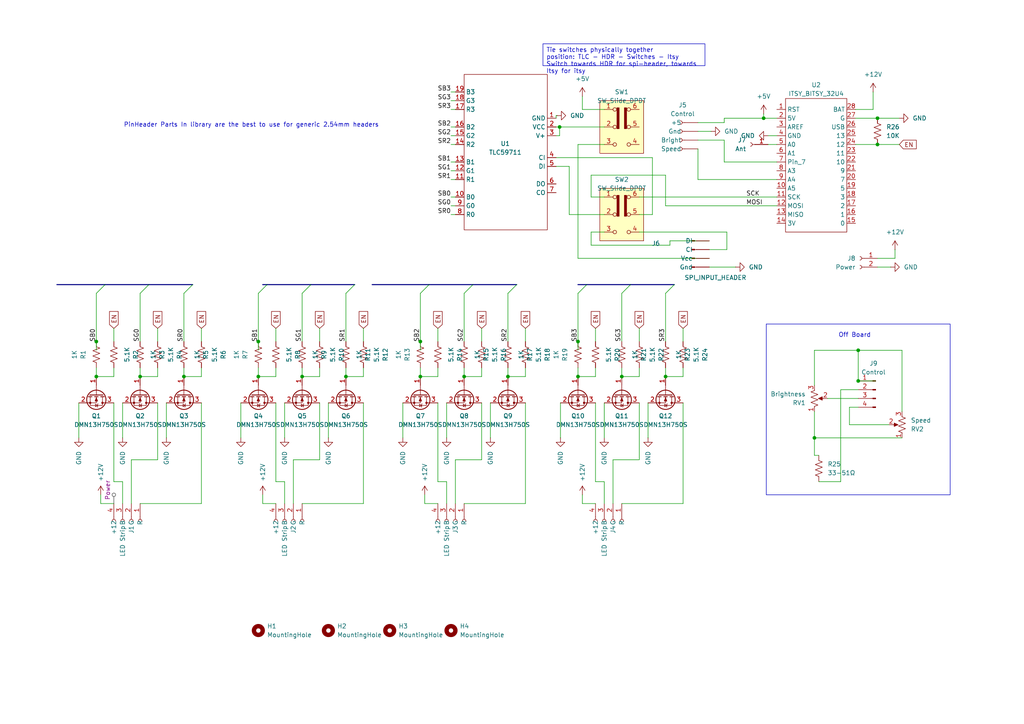
<source format=kicad_sch>
(kicad_sch (version 20250114) (generator "eeschema") (generator_version "9.0")
  (paper "A4")
  (title_block (title "Dan lightbox driver board"))
  (lib_symbols
    (symbol "4015:Itsy_bitsy_32u4"
      (property "Reference" "U" (at 0 0 0))
      (symbol "Itsy_bitsy_32u4_1_1"
        (pin input line (at -11.43 16.51 0) (length 2.54) (name "RST") (number "1"))
        (pin input line (at -11.43 13.97 0) (length 2.54) (name "5V") (number "2"))
        (pin input line (at -11.43 11.43 0) (length 2.54) (name "AREF") (number "3"))
        (pin input line (at -11.43 8.89 0) (length 2.54) (name "GND") (number "4"))
        (pin input line (at -11.43 6.35 0) (length 2.54) (name "A0") (number "5"))
        (pin input line (at -11.43 3.81 0) (length 2.54) (name "A1") (number "6"))
        (pin input line (at -11.43 1.27 0) (length 2.54) (name "Pin_7") (number "7"))
        (pin input line (at -11.43 -1.27 0) (length 2.54) (name "A3") (number "8"))
        (pin input line (at -11.43 -3.81 0) (length 2.54) (name "A4") (number "9"))
        (pin input line (at -11.43 -6.35 0) (length 2.54) (name "A5") (number "10"))
        (pin input line (at -11.43 -8.89 0) (length 2.54) (name "SCK") (number "11"))
        (pin input line (at -11.43 -11.43 0) (length 2.54) (name "MOSI") (number "12"))
        (pin input line (at -11.43 -13.97 0) (length 2.54) (name "MISO") (number "13"))
        (pin input line (at -11.43 -16.51 0) (length 2.54) (name "3V") (number "14"))
        (pin input line (at 11.43 16.51 180) (length 2.54) (name "BAT") (number "28"))
        (pin input line (at 11.43 13.97 180) (length 2.54) (name "G") (number "27"))
        (pin input line (at 11.43 11.43 180) (length 2.54) (name "USB") (number "26"))
        (pin input line (at 11.43 8.89 180) (length 2.54) (name "13") (number "25"))
        (pin input line (at 11.43 6.35 180) (length 2.54) (name "12") (number "24"))
        (pin input line (at 11.43 3.81 180) (length 2.54) (name "11") (number "23"))
        (pin input line (at 11.43 1.27 180) (length 2.54) (name "10") (number "22"))
        (pin input line (at 11.43 -1.27 180) (length 2.54) (name "9") (number "21"))
        (pin input line (at 11.43 -3.81 180) (length 2.54) (name "7") (number "20"))
        (pin input line (at 11.43 -6.35 180) (length 2.54) (name "5") (number "19"))
        (pin input line (at 11.43 -8.89 180) (length 2.54) (name "3") (number "18"))
        (pin input line (at 11.43 -11.43 180) (length 2.54) (name "2") (number "17"))
        (pin input line (at 11.43 -13.97 180) (length 2.54) (name "1") (number "16"))
        (pin input line (at 11.43 -16.51 180) (length 2.54) (name "0") (number "15"))
      )
    )
    (symbol "4015:TLC59711"
      (property "Reference" "U" (at 0 0 0))
      (symbol "TLC59711_1_1"
        (pin input line (at -15.24 8.89 0) (length 2.54) (name "GND") (number "1"))
        (pin input line (at -15.24 6.35 0) (length 2.54) (name "VCC") (number "2"))
        (pin input line (at -15.24 3.81 0) (length 2.54) (name "V+") (number "3"))
        (pin input line (at -15.24 -2.54 0) (length 2.54) (name "CI") (number "4"))
        (pin input line (at -15.24 -5.08 0) (length 2.54) (name "DI") (number "5"))
        (pin input line (at -15.24 -10.16 0) (length 2.54) (name "DO") (number "6"))
        (pin input line (at -15.24 -12.7 0) (length 2.54) (name "CO") (number "7"))
        (pin open_collector line (at 13.97 16.51 180) (length 2.54) (name "B3") (number "19"))
        (pin open_collector line (at 13.97 13.97 180) (length 2.54) (name "G3") (number "18"))
        (pin open_collector line (at 13.97 11.43 180) (length 2.54) (name "R3") (number "17"))
        (pin open_collector line (at 13.97 6.35 180) (length 2.54) (name "B2") (number "16"))
        (pin open_collector line (at 13.97 3.81 180) (length 2.54) (name "G2") (number "15"))
        (pin open_collector line (at 13.97 1.27 180) (length 2.54) (name "R2") (number "14"))
        (pin open_collector line (at 13.97 -3.81 180) (length 2.54) (name "B1") (number "13"))
        (pin open_collector line (at 13.97 -6.35 180) (length 2.54) (name "G1") (number "12"))
        (pin open_collector line (at 13.97 -8.89 180) (length 2.54) (name "R1") (number "11"))
        (pin open_collector line (at 13.97 -13.97 180) (length 2.54) (name "B0") (number "10"))
        (pin open_collector line (at 13.97 -16.51 180) (length 2.54) (name "G0") (number "9"))
        (pin open_collector line (at 13.97 -19.05 180) (length 2.54) (name "R0") (number "8"))
      )
    )
    (symbol "Conn_01x04_Pin_1" (pin_numbers (hide yes)) (pin_names (offset 1.016))
      (property "Reference" "J1" (at -10.414 1.778 0))
      (property "Value" "SPI_INPUT_HEADER" (at -10.414 -0.762 0))
      (symbol "Conn_01x04_Pin_1_1_1"
        (pin passive line (at 5.08 2.54 180) (length 3.81) (name "DI") (number "1"))
        (pin passive line (at 5.08 0 180) (length 3.81) (name "CI") (number "2"))
        (pin passive line (at 5.08 -2.54 180) (length 3.81) (name "Vcc") (number "3"))
        (pin passive line (at 5.08 -5.08 180) (length 3.81) (name "Gnd") (number "4"))
      )
    )
    (symbol "Conn_01x04_Socket_1" (pin_numbers (hide yes)) (pin_names (offset 1.016))
      (property "Reference" "J9" (at -0.635 7.62 0))
      (property "Value" "Control" (at -0.635 5.08 0))
      (symbol "Conn_01x04_Socket_1_1_1"
        (pin passive line (at -5.08 2.54 0) (length 3.81) (name "+5") (number "1"))
        (pin passive line (at -5.08 0 0) (length 3.81) (name "Gnd") (number "2"))
        (pin passive line (at -5.08 -2.54 0) (length 3.81) (name "Bright") (number "3"))
        (pin passive line (at -5.08 -5.08 0) (length 3.81) (name "Speed") (number "4"))
      )
    )
    (symbol "Conn_01x04_Socket_2" (pin_names (offset 1.016))
      (property "Reference" "J2" (at 1.27 0.0001 0))
      (property "Value" "LED Strip" (at 1.27 -2.5399 0))
      (symbol "Conn_01x04_Socket_2_1_1"
        (pin passive line (at -5.08 2.54 0) (length 3.81) (name "R") (number "1"))
        (pin passive line (at -5.08 0 0) (length 3.81) (name "G") (number "2"))
        (pin passive line (at -5.08 -2.54 0) (length 3.81) (name "B") (number "3"))
        (pin passive line (at -5.08 -5.08 0) (length 3.81) (name "+12") (number "4"))
      )
    )
    (symbol "Conn_01x04_Socket_3" (pin_names (offset 1.016))
      (property "Reference" "J14" (at 1.27 0.0001 0))
      (property "Value" "LED Strip" (at 1.27 -2.5399 0))
      (symbol "Conn_01x04_Socket_3_1_1"
        (pin passive line (at -5.08 2.54 0) (length 3.81) (name "R") (number "1"))
        (pin passive line (at -5.08 0 0) (length 3.81) (name "G") (number "2"))
        (pin passive line (at -5.08 -2.54 0) (length 3.81) (name "B") (number "3"))
        (pin passive line (at -5.08 -5.08 0) (length 3.81) (name "+12") (number "4"))
      )
    )
    (symbol "Conn_01x04_Socket_4" (pin_names (offset 1.016))
      (property "Reference" "J15" (at 1.27 0.0001 0))
      (property "Value" "LED Strip" (at 1.27 -2.5399 0))
      (symbol "Conn_01x04_Socket_4_1_1"
        (pin passive line (at -5.08 2.54 0) (length 3.81) (name "R") (number "1"))
        (pin passive line (at -5.08 0 0) (length 3.81) (name "G") (number "2"))
        (pin passive line (at -5.08 -2.54 0) (length 3.81) (name "B") (number "3"))
        (pin passive line (at -5.08 -5.08 0) (length 3.81) (name "+12") (number "4"))
      )
    )
    (symbol "Connector:Conn_01x01_Socket" (pin_names (offset 1.016) (hide yes))
      (property "Reference" "J" (at 0 2.54 0))
      (property "Value" "Conn_01x01_Socket" (at 0 -2.54 0))
      (symbol "Conn_01x01_Socket_1_1"
        (pin passive line (at -5.08 0 0) (length 3.81) (name "Pin_1") (number "1"))
      )
    )
    (symbol "Connector:Conn_01x02_Socket" (pin_names (offset 1.016) (hide yes))
      (property "Reference" "J" (at 0 2.54 0))
      (property "Value" "Conn_01x02_Socket" (at 0 -5.08 0))
      (symbol "Conn_01x02_Socket_1_1"
        (pin passive line (at -5.08 0 0) (length 3.81) (name "Pin_1") (number "1"))
        (pin passive line (at -5.08 -2.54 0) (length 3.81) (name "Pin_2") (number "2"))
      )
    )
    (symbol "Connector:Conn_01x04_Pin" (pin_names (offset 1.016) (hide yes))
      (property "Reference" "J" (at 0 5.08 0))
      (property "Value" "Conn_01x04_Pin" (at 0 -7.62 0))
      (symbol "Conn_01x04_Pin_1_1"
        (pin passive line (at 5.08 2.54 180) (length 3.81) (name "Pin_1") (number "1"))
        (pin passive line (at 5.08 0 180) (length 3.81) (name "Pin_2") (number "2"))
        (pin passive line (at 5.08 -2.54 180) (length 3.81) (name "Pin_3") (number "3"))
        (pin passive line (at 5.08 -5.08 180) (length 3.81) (name "Pin_4") (number "4"))
      )
    )
    (symbol "Connector:Conn_01x04_Socket" (pin_names (offset 1.016))
      (property "Reference" "J13" (at 1.27 0.0001 0))
      (property "Value" "LED Strip" (at 1.27 -2.5399 0))
      (symbol "Conn_01x04_Socket_1_1"
        (pin passive line (at -5.08 2.54 0) (length 3.81) (name "R") (number "1"))
        (pin passive line (at -5.08 0 0) (length 3.81) (name "G") (number "2"))
        (pin passive line (at -5.08 -2.54 0) (length 3.81) (name "B") (number "3"))
        (pin passive line (at -5.08 -5.08 0) (length 3.81) (name "+12") (number "4"))
      )
    )
    (symbol "Device:R_Potentiometer_US" (pin_names (offset 1.016) (hide yes))
      (property "Reference" "RV" (at -4.445 0 90))
      (property "Value" "R_Potentiometer_US" (at -2.54 0 90))
      (symbol "R_Potentiometer_US_1_1"
        (pin passive line (at 0 3.81 270) (length 1.27) (name "1") (number "1"))
        (pin passive line (at 0 -3.81 90) (length 1.27) (name "3") (number "3"))
        (pin passive line (at 3.81 0 180) (length 1.27) (name "2") (number "2"))
      )
    )
    (symbol "Device:R_US" (pin_numbers (hide yes)) (pin_names (offset 0))
      (property "Reference" "R" (at 2.54 0 90))
      (property "Value" "R_US" (at -2.54 0 90))
      (symbol "R_US_1_1"
        (pin passive line (at 0 3.81 270) (length 1.27) (name "~") (number "1"))
        (pin passive line (at 0 -3.81 90) (length 1.27) (name "~") (number "2"))
      )
    )
    (symbol "Mechanical:MountingHole" (pin_names (offset 1.016)) (exclude_from_sim yes) (in_bom no)
      (property "Reference" "H" (at 0 5.08 0))
      (property "Value" "MountingHole" (at 0 3.175 0))
    )
    (symbol "Switch:SW_Slide_DPDT" (pin_names (offset 0) (hide yes))
      (property "Reference" "SW2" (at 0 10.16 0))
      (property "Value" "SW_Slide_DPDT" (at 0 7.62 0))
      (symbol "SW_Slide_DPDT_1_1"
        (pin passive line (at -5.08 5.08 0) (length 2.54) (name "A") (number "1"))
        (pin passive line (at -5.08 0 0) (length 2.54) (name "B") (number "2"))
        (pin passive line (at -5.08 -5.08 0) (length 2.54) (name "C") (number "3"))
        (pin passive line (at 5.08 5.08 180) (length 2.54) (name "C") (number "6"))
        (pin passive line (at 5.08 0 180) (length 2.54) (name "B") (number "5"))
        (pin passive line (at 5.08 -5.08 180) (length 2.54) (name "A") (number "4"))
      )
    )
    (symbol "Transistor_FET:DMN13H750S" (pin_names (hide yes))
      (property "Reference" "Q" (at 5.08 1.905 0))
      (property "Value" "DMN13H750S" (at 5.08 0 0))
      (symbol "DMN13H750S_1_1"
        (pin input line (at -5.08 0 0) (length 2.54) (name "G") (number "1"))
        (pin passive line (at 2.54 5.08 270) (length 2.54) (name "D") (number "3"))
        (pin passive line (at 2.54 -5.08 90) (length 2.54) (name "S") (number "2"))
      )
    )
    (symbol "power:+12V" (power) (pin_numbers (hide yes)) (pin_names (offset 0) (hide yes))
      (property "Value" "+12V" (at 0 3.556 0))
      (symbol "+12V_1_1"
        (pin power_in line (at 0 0 90) (length 0) (name "~") (number "1"))
      )
    )
    (symbol "power:+5V" (power) (pin_numbers (hide yes)) (pin_names (offset 0) (hide yes))
      (property "Value" "+5V" (at 0 3.556 0))
      (symbol "+5V_1_1"
        (pin power_in line (at 0 0 90) (length 0) (name "~") (number "1"))
      )
    )
    (symbol "power:GND" (power) (pin_numbers (hide yes)) (pin_names (offset 0) (hide yes))
      (property "Value" "GND" (at 0 -3.81 0))
      (symbol "GND_1_1"
        (pin power_in line (at 0 0 270) (length 0) (name "~") (number "1"))
      )
    )
  )
  (rectangle (start 222.25 93.98) (end 275.59 143.51))
  (text "Off Board" (at 247.904 97.282 0) (effects (font (size 1.27 1.27))))
  (text "PinHeader Parts In library are the best to use for generic 2.54mm headers" (at 72.898 36.322 0) (effects (font (size 1.27 1.27))))
  (text_box "Tie switches physically together\nposition: TLC - HDR - Switches - Itsy\nSwitch towards HDR for spi-header, towards Itsy for itsy" (at 157.48 12.7 0) (size 46.99 6.35) (margins 0.9525 0.9525 0.9525 0.9525) (effects (font (size 1.27 1.27)) (justify left top)))
  (junction (at 221.488 34.29))
  (junction (at 162.306 36.83))
  (junction (at 74.93 99.06))
  (junction (at 147.32 109.22))
  (junction (at 180.34 109.22))
  (junction (at 248.92 110.49))
  (junction (at 53.34 109.22))
  (junction (at 121.92 99.06))
  (junction (at 40.64 109.22))
  (junction (at 167.64 109.22))
  (junction (at 167.64 99.06))
  (junction (at 254.508 34.29))
  (junction (at 74.93 109.22))
  (junction (at 27.94 109.22))
  (junction (at 254.508 41.91))
  (junction (at 134.62 109.22))
  (junction (at 193.04 109.22))
  (junction (at 27.94 99.06))
  (junction (at 236.22 127))
  (junction (at 87.63 109.22))
  (junction (at 121.92 109.22))
  (junction (at 100.33 109.22))
  (junction (at 248.92 101.6))
  (bus_entry (at 102.87 82.55) (size -2.54 2.54))
  (bus_entry (at 43.18 82.55) (size -2.54 2.54))
  (bus_entry (at 170.18 82.55) (size -2.54 2.54))
  (bus_entry (at 30.48 82.55) (size -2.54 2.54))
  (bus_entry (at 195.58 82.55) (size -2.54 2.54))
  (bus_entry (at 55.88 82.55) (size -2.54 2.54))
  (bus_entry (at 77.47 82.55) (size -2.54 2.54))
  (bus_entry (at 90.17 82.55) (size -2.54 2.54))
  (bus_entry (at 182.88 82.55) (size -2.54 2.54))
  (bus_entry (at 149.86 82.55) (size -2.54 2.54))
  (bus_entry (at 124.46 82.55) (size -2.54 2.54))
  (bus_entry (at 137.16 82.55) (size -2.54 2.54))
  (wire (pts (xy 132.08 62.23) (xy 130.81 62.23)))
  (wire (pts (xy 127 139.7) (xy 129.54 139.7)))
  (wire (pts (xy 180.34 85.09) (xy 180.34 99.06)))
  (wire (pts (xy 132.08 41.91) (xy 130.81 41.91)))
  (wire (pts (xy 167.64 106.68) (xy 167.64 109.22)))
  (wire (pts (xy 92.71 106.68) (xy 92.71 109.22)))
  (wire (pts (xy 116.84 116.84) (xy 116.84 127)))
  (wire (pts (xy 58.42 99.06) (xy 58.42 95.25)))
  (wire (pts (xy 165.1 48.26) (xy 165.1 62.23)))
  (wire (pts (xy 162.306 36.83) (xy 175.26 36.83)))
  (bus (pts (xy 55.88 82.55) (xy 43.18 82.55)))
  (wire (pts (xy 95.25 127) (xy 95.25 116.84)))
  (bus (pts (xy 102.87 82.55) (xy 90.17 82.55)))
  (wire (pts (xy 185.42 67.31) (xy 210.82 67.31)))
  (wire (pts (xy 45.72 109.22) (xy 40.64 109.22)))
  (wire (pts (xy 80.01 106.68) (xy 80.01 109.22)))
  (wire (pts (xy 222.758 41.91) (xy 225.298 41.91)))
  (wire (pts (xy 177.8 133.35) (xy 185.42 133.35)))
  (wire (pts (xy 248.158 34.29) (xy 254.508 34.29)))
  (wire (pts (xy 259.588 74.93) (xy 259.588 72.39)))
  (wire (pts (xy 105.41 116.84) (xy 105.41 146.05)))
  (wire (pts (xy 29.21 146.05) (xy 33.02 146.05)))
  (wire (pts (xy 121.92 85.09) (xy 121.92 99.06)))
  (wire (pts (xy 246.38 123.19) (xy 246.38 118.11)))
  (wire (pts (xy 40.64 85.09) (xy 40.64 99.06)))
  (bus (pts (xy 182.88 82.55) (xy 170.18 82.55)))
  (wire (pts (xy 248.92 101.6) (xy 248.92 110.49)))
  (wire (pts (xy 185.42 57.15) (xy 225.298 57.15)))
  (wire (pts (xy 193.04 59.69) (xy 193.04 50.8)))
  (bus (pts (xy 30.48 82.55) (xy 16.51 82.55)))
  (wire (pts (xy 123.19 143.51) (xy 123.19 146.05)))
  (wire (pts (xy 248.92 101.6) (xy 261.62 101.6)))
  (wire (pts (xy 175.26 139.7) (xy 175.26 146.05)))
  (wire (pts (xy 129.54 139.7) (xy 129.54 146.05)))
  (wire (pts (xy 165.1 62.23) (xy 175.26 62.23)))
  (wire (pts (xy 58.42 116.84) (xy 58.42 146.05)))
  (wire (pts (xy 175.26 41.91) (xy 167.64 41.91)))
  (wire (pts (xy 193.04 50.8) (xy 171.45 50.8)))
  (wire (pts (xy 139.7 109.22) (xy 134.62 109.22)))
  (wire (pts (xy 161.29 34.29) (xy 161.29 33.528)))
  (wire (pts (xy 100.33 106.68) (xy 100.33 109.22)))
  (wire (pts (xy 40.64 106.68) (xy 40.64 109.22)))
  (wire (pts (xy 129.54 116.84) (xy 129.54 127)))
  (wire (pts (xy 22.86 116.84) (xy 22.86 127)))
  (wire (pts (xy 171.45 67.31) (xy 175.26 67.31)))
  (wire (pts (xy 161.29 33.528) (xy 161.544 33.528)))
  (wire (pts (xy 198.12 106.68) (xy 198.12 109.22)))
  (wire (pts (xy 189.23 45.72) (xy 189.23 62.23)))
  (wire (pts (xy 105.41 146.05) (xy 87.63 146.05)))
  (wire (pts (xy 202.438 38.1) (xy 206.248 38.1)))
  (bus (pts (xy 107.95 82.55) (xy 124.46 82.55)))
  (wire (pts (xy 171.45 50.8) (xy 171.45 57.15)))
  (wire (pts (xy 48.26 127) (xy 48.26 116.84)))
  (wire (pts (xy 74.93 85.09) (xy 74.93 99.06)))
  (wire (pts (xy 254.508 77.47) (xy 258.318 77.47)))
  (wire (pts (xy 185.42 133.35) (xy 185.42 116.84)))
  (wire (pts (xy 87.63 106.68) (xy 87.63 109.22)))
  (wire (pts (xy 58.42 109.22) (xy 53.34 109.22)))
  (wire (pts (xy 202.438 35.56) (xy 210.058 35.56)))
  (bus (pts (xy 43.18 82.55) (xy 30.48 82.55)))
  (wire (pts (xy 194.31 69.85) (xy 205.74 69.85)))
  (wire (pts (xy 253.238 26.67) (xy 253.238 31.75)))
  (wire (pts (xy 130.81 31.75) (xy 132.08 31.75)))
  (wire (pts (xy 132.08 146.05) (xy 132.08 133.35)))
  (wire (pts (xy 172.72 116.84) (xy 172.72 139.7)))
  (wire (pts (xy 243.84 113.03) (xy 248.92 113.03)))
  (wire (pts (xy 132.08 57.15) (xy 130.81 57.15)))
  (wire (pts (xy 152.4 146.05) (xy 134.62 146.05)))
  (wire (pts (xy 172.72 139.7) (xy 175.26 139.7)))
  (wire (pts (xy 80.01 109.22) (xy 74.93 109.22)))
  (wire (pts (xy 69.85 116.84) (xy 69.85 127)))
  (wire (pts (xy 193.04 59.69) (xy 225.298 59.69)))
  (bus (pts (xy 77.47 82.55) (xy 76.2 82.55)))
  (wire (pts (xy 162.56 116.84) (xy 162.56 127)))
  (wire (pts (xy 76.2 146.05) (xy 80.01 146.05)))
  (wire (pts (xy 74.93 101.6) (xy 74.93 99.06)))
  (wire (pts (xy 167.64 41.91) (xy 167.64 74.93)))
  (wire (pts (xy 80.01 139.7) (xy 82.55 139.7)))
  (wire (pts (xy 80.01 95.25) (xy 80.01 99.06)))
  (wire (pts (xy 167.64 101.6) (xy 167.64 99.06)))
  (wire (pts (xy 45.72 106.68) (xy 45.72 109.22)))
  (wire (pts (xy 194.31 71.12) (xy 194.31 69.85)))
  (wire (pts (xy 248.158 41.91) (xy 254.508 41.91)))
  (wire (pts (xy 167.64 85.09) (xy 167.64 99.06)))
  (wire (pts (xy 132.08 52.07) (xy 130.81 52.07)))
  (wire (pts (xy 29.21 143.51) (xy 29.21 146.05)))
  (wire (pts (xy 253.238 31.75) (xy 248.158 31.75)))
  (bus (pts (xy 90.17 82.55) (xy 77.47 82.55)))
  (wire (pts (xy 175.26 116.84) (xy 175.26 127)))
  (wire (pts (xy 198.12 99.06) (xy 198.12 95.25)))
  (wire (pts (xy 152.4 99.06) (xy 152.4 95.25)))
  (bus (pts (xy 167.64 82.55) (xy 170.18 82.55)))
  (wire (pts (xy 105.41 109.22) (xy 100.33 109.22)))
  (wire (pts (xy 202.438 43.18) (xy 202.438 52.07)))
  (wire (pts (xy 92.71 133.35) (xy 92.71 116.84)))
  (wire (pts (xy 123.19 146.05) (xy 127 146.05)))
  (wire (pts (xy 92.71 95.25) (xy 92.71 99.06)))
  (wire (pts (xy 134.62 85.09) (xy 134.62 99.06)))
  (wire (pts (xy 236.22 101.6) (xy 236.22 111.76)))
  (wire (pts (xy 180.34 106.68) (xy 180.34 109.22)))
  (wire (pts (xy 132.08 46.99) (xy 130.81 46.99)))
  (wire (pts (xy 198.12 116.84) (xy 198.12 146.05)))
  (wire (pts (xy 132.08 49.53) (xy 130.81 49.53)))
  (wire (pts (xy 130.81 29.21) (xy 132.08 29.21)))
  (bus (pts (xy 195.58 82.55) (xy 182.88 82.55)))
  (wire (pts (xy 168.91 143.51) (xy 168.91 146.05)))
  (wire (pts (xy 236.22 132.08) (xy 237.49 132.08)))
  (wire (pts (xy 236.22 127) (xy 236.22 132.08)))
  (wire (pts (xy 198.12 109.22) (xy 193.04 109.22)))
  (wire (pts (xy 147.32 106.68) (xy 147.32 109.22)))
  (wire (pts (xy 210.058 40.64) (xy 210.058 46.99)))
  (wire (pts (xy 53.34 106.68) (xy 53.34 109.22)))
  (wire (pts (xy 27.94 106.68) (xy 27.94 109.22)))
  (wire (pts (xy 161.29 36.83) (xy 162.306 36.83)))
  (wire (pts (xy 210.058 35.56) (xy 210.058 34.29)))
  (wire (pts (xy 205.74 77.47) (xy 213.36 77.47)))
  (wire (pts (xy 127 95.25) (xy 127 99.06)))
  (wire (pts (xy 187.96 127) (xy 187.96 116.84)))
  (wire (pts (xy 210.82 67.31) (xy 210.82 72.39)))
  (wire (pts (xy 58.42 106.68) (xy 58.42 109.22)))
  (wire (pts (xy 85.09 146.05) (xy 85.09 133.35)))
  (wire (pts (xy 221.488 34.29) (xy 225.298 34.29)))
  (wire (pts (xy 161.29 45.72) (xy 189.23 45.72)))
  (wire (pts (xy 261.62 119.38) (xy 261.62 101.6)))
  (wire (pts (xy 147.32 85.09) (xy 147.32 99.06)))
  (wire (pts (xy 172.72 106.68) (xy 172.72 109.22)))
  (wire (pts (xy 185.42 95.25) (xy 185.42 99.06)))
  (wire (pts (xy 202.438 52.07) (xy 225.298 52.07)))
  (wire (pts (xy 236.22 101.6) (xy 248.92 101.6)))
  (wire (pts (xy 74.93 106.68) (xy 74.93 109.22)))
  (wire (pts (xy 132.08 133.35) (xy 139.7 133.35)))
  (wire (pts (xy 152.4 116.84) (xy 152.4 146.05)))
  (wire (pts (xy 171.45 57.15) (xy 175.26 57.15)))
  (wire (pts (xy 38.1 146.05) (xy 38.1 133.35)))
  (wire (pts (xy 161.29 48.26) (xy 165.1 48.26)))
  (wire (pts (xy 168.91 31.75) (xy 168.91 27.94)))
  (wire (pts (xy 210.058 34.29) (xy 221.488 34.29)))
  (wire (pts (xy 246.38 118.11) (xy 248.92 118.11)))
  (wire (pts (xy 33.02 106.68) (xy 33.02 109.22)))
  (wire (pts (xy 177.8 146.05) (xy 177.8 133.35)))
  (wire (pts (xy 132.08 26.67) (xy 130.81 26.67)))
  (bus (pts (xy 137.16 82.55) (xy 124.46 82.55)))
  (wire (pts (xy 185.42 109.22) (xy 180.34 109.22)))
  (wire (pts (xy 53.34 85.09) (xy 53.34 99.06)))
  (wire (pts (xy 172.72 95.25) (xy 172.72 99.06)))
  (wire (pts (xy 80.01 116.84) (xy 80.01 139.7)))
  (bus (pts (xy 149.86 82.55) (xy 137.16 82.55)))
  (wire (pts (xy 175.26 31.75) (xy 168.91 31.75)))
  (wire (pts (xy 132.08 39.37) (xy 130.81 39.37)))
  (wire (pts (xy 139.7 106.68) (xy 139.7 109.22)))
  (wire (pts (xy 82.55 139.7) (xy 82.55 146.05)))
  (wire (pts (xy 27.94 85.09) (xy 27.94 99.06)))
  (wire (pts (xy 127 106.68) (xy 127 109.22)))
  (wire (pts (xy 127 116.84) (xy 127 139.7)))
  (wire (pts (xy 130.81 36.83) (xy 132.08 36.83)))
  (wire (pts (xy 171.45 71.12) (xy 171.45 67.31)))
  (wire (pts (xy 210.058 46.99) (xy 225.298 46.99)))
  (wire (pts (xy 45.72 95.25) (xy 45.72 99.06)))
  (wire (pts (xy 198.12 146.05) (xy 180.34 146.05)))
  (wire (pts (xy 189.23 62.23) (xy 185.42 62.23)))
  (wire (pts (xy 221.488 34.29) (xy 221.488 33.02)))
  (wire (pts (xy 139.7 133.35) (xy 139.7 116.84)))
  (wire (pts (xy 167.64 74.93) (xy 205.74 74.93)))
  (wire (pts (xy 33.02 109.22) (xy 27.94 109.22)))
  (wire (pts (xy 87.63 85.09) (xy 87.63 99.06)))
  (wire (pts (xy 132.08 59.69) (xy 130.81 59.69)))
  (wire (pts (xy 82.55 116.84) (xy 82.55 127)))
  (wire (pts (xy 58.42 146.05) (xy 40.64 146.05)))
  (wire (pts (xy 35.56 139.7) (xy 35.56 146.05)))
  (wire (pts (xy 142.24 127) (xy 142.24 116.84)))
  (wire (pts (xy 105.41 99.06) (xy 105.41 95.25)))
  (wire (pts (xy 121.92 106.68) (xy 121.92 109.22)))
  (wire (pts (xy 254 110.49) (xy 248.92 110.49)))
  (wire (pts (xy 261.62 127) (xy 236.22 127)))
  (wire (pts (xy 193.04 85.09) (xy 193.04 99.06)))
  (wire (pts (xy 254.508 41.91) (xy 260.858 41.91)))
  (wire (pts (xy 33.02 95.25) (xy 33.02 99.06)))
  (wire (pts (xy 105.41 106.68) (xy 105.41 109.22)))
  (wire (pts (xy 162.306 36.83) (xy 162.306 39.37)))
  (wire (pts (xy 236.22 119.38) (xy 236.22 127)))
  (wire (pts (xy 193.04 106.68) (xy 193.04 109.22)))
  (wire (pts (xy 134.62 106.68) (xy 134.62 109.22)))
  (wire (pts (xy 246.38 123.19) (xy 257.81 123.19)))
  (wire (pts (xy 168.91 146.05) (xy 172.72 146.05)))
  (wire (pts (xy 260.858 34.29) (xy 254.508 34.29)))
  (wire (pts (xy 139.7 95.25) (xy 139.7 99.06)))
  (wire (pts (xy 76.2 143.51) (xy 76.2 146.05)))
  (wire (pts (xy 237.49 139.7) (xy 243.84 139.7)))
  (wire (pts (xy 27.94 101.6) (xy 27.94 99.06)))
  (wire (pts (xy 127 109.22) (xy 121.92 109.22)))
  (wire (pts (xy 185.42 106.68) (xy 185.42 109.22)))
  (wire (pts (xy 172.72 109.22) (xy 167.64 109.22)))
  (wire (pts (xy 254.508 74.93) (xy 259.588 74.93)))
  (wire (pts (xy 171.45 71.12) (xy 194.31 71.12)))
  (wire (pts (xy 100.33 85.09) (xy 100.33 99.06)))
  (wire (pts (xy 202.438 40.64) (xy 210.058 40.64)))
  (wire (pts (xy 222.758 39.37) (xy 225.298 39.37)))
  (wire (pts (xy 152.4 106.68) (xy 152.4 109.22)))
  (wire (pts (xy 35.56 116.84) (xy 35.56 127)))
  (wire (pts (xy 38.1 133.35) (xy 45.72 133.35)))
  (wire (pts (xy 210.82 72.39) (xy 205.74 72.39)))
  (wire (pts (xy 240.03 115.57) (xy 248.92 115.57)))
  (wire (pts (xy 33.02 139.7) (xy 35.56 139.7)))
  (wire (pts (xy 161.29 39.37) (xy 162.306 39.37)))
  (wire (pts (xy 121.92 101.6) (xy 121.92 99.06)))
  (wire (pts (xy 92.71 109.22) (xy 87.63 109.22)))
  (wire (pts (xy 85.09 133.35) (xy 92.71 133.35)))
  (wire (pts (xy 243.84 139.7) (xy 243.84 113.03)))
  (wire (pts (xy 33.02 116.84) (xy 33.02 139.7)))
  (wire (pts (xy 45.72 133.35) (xy 45.72 116.84)))
  (wire (pts (xy 152.4 109.22) (xy 147.32 109.22)))
  (label "SB3" (at 130.81 26.67 180))
  (label "SB2" (at 130.81 36.83 180))
  (label "SG3" (at 130.81 29.21 180))
  (label "SR1" (at 130.81 52.07 180))
  (label "SR0" (at 53.34 95.25 270))
  (label "SB2" (at 121.92 95.25 270))
  (label "SG1" (at 87.63 95.25 270))
  (label "SG1" (at 130.81 49.53 180))
  (label "SR2" (at 130.81 41.91 180))
  (label "SR3" (at 193.04 95.25 270))
  (label "SB3" (at 167.64 95.25 270))
  (label "SB0" (at 130.81 57.15 180))
  (label "SR1" (at 100.33 95.25 270))
  (label "SR2" (at 147.32 95.25 270))
  (label "SR0" (at 130.81 62.23 180))
  (label "SG2" (at 130.81 39.37 180))
  (label "SG0" (at 130.81 59.69 180))
  (label "SCK" (at 216.408 57.15 0))
  (label "SB0" (at 27.94 95.25 270))
  (label "SR3" (at 130.81 31.75 180))
  (label "SG0" (at 40.64 95.25 270))
  (label "MOSI" (at 216.408 59.69 0))
  (label "SB1" (at 130.81 46.99 180))
  (label "SG2" (at 134.62 95.25 270))
  (label "SB1" (at 74.93 95.25 270))
  (label "SG3" (at 180.34 95.25 270))
  (global_label "EN" (shape input) (at 105.41 95.25 90) (property "Intersheetrefs" "${INTERSHEET_REFS}" (effects (hide yes))))
  (global_label "EN" (shape input) (at 92.71 95.25 90) (property "Intersheetrefs" "${INTERSHEET_REFS}" (effects (hide yes))))
  (global_label "EN" (shape input) (at 33.02 95.25 90) (property "Intersheetrefs" "${INTERSHEET_REFS}" (effects (hide yes))))
  (global_label "EN" (shape input) (at 198.12 95.25 90) (property "Intersheetrefs" "${INTERSHEET_REFS}" (effects (hide yes))))
  (global_label "EN" (shape input) (at 185.42 95.25 90) (property "Intersheetrefs" "${INTERSHEET_REFS}" (effects (hide yes))))
  (global_label "EN" (shape input) (at 127 95.25 90) (property "Intersheetrefs" "${INTERSHEET_REFS}" (effects (hide yes))))
  (global_label "EN" (shape input) (at 152.4 95.25 90) (property "Intersheetrefs" "${INTERSHEET_REFS}" (effects (hide yes))))
  (global_label "EN" (shape input) (at 139.7 95.25 90) (property "Intersheetrefs" "${INTERSHEET_REFS}" (effects (hide yes))))
  (global_label "EN" (shape input) (at 172.72 95.25 90) (property "Intersheetrefs" "${INTERSHEET_REFS}" (effects (hide yes))))
  (global_label "EN" (shape input) (at 260.858 41.91 0) (property "Intersheetrefs" "${INTERSHEET_REFS}" (effects (hide yes))))
  (global_label "EN" (shape input) (at 80.01 95.25 90) (property "Intersheetrefs" "${INTERSHEET_REFS}" (effects (hide yes))))
  (global_label "EN" (shape input) (at 45.72 95.25 90) (property "Intersheetrefs" "${INTERSHEET_REFS}" (effects (hide yes))))
  (global_label "EN" (shape input) (at 58.42 95.25 90) (property "Intersheetrefs" "${INTERSHEET_REFS}" (effects (hide yes))))
  (netclass_flag "" (length 2.54) (shape round) (at 33.02 146.05 0) (property "Netclass" "Power" (at 31.242 145.034 90) (effects (justify left))))
  (symbol (lib_id "Device:R_Potentiometer_US") (at 236.22 115.57 0) (mirror x) (unit 1) (on_board no)
    (property "Reference" "RV1" (at 233.68 116.8401 0) (effects (justify right)))
    (property "Value" "Brightness" (at 233.68 114.3001 0) (effects (justify right)))
    (property "Description" "Potentiometer, US symbol" (effects (hide yes)))
  )
  (symbol (lib_id "power:GND") (at 129.54 127 0) (mirror y) (unit 1)
    (property "Reference" "#PWR011" (effects (hide yes)))
    (property "Value" "GND" (at 129.5401 130.81 90) (effects (justify right)))
    (property "Description" "Power symbol creates a global label with name \"GND\" , ground" (effects (hide yes)))
  )
  (symbol (lib_id "Device:R_US") (at 237.49 135.89 180) (unit 1) (on_board no)
    (property "Reference" "R25" (at 240.03 134.6199 0) (effects (justify right)))
    (property "Value" "33-51Ω" (at 240.03 137.1599 0) (effects (justify right)))
    (property "Footprint" "will:Dan_Through_Hole_Res" (effects (hide yes)))
    (property "Description" "Resistor, US symbol" (effects (hide yes)))
  )
  (symbol (lib_id "Connector:Conn_01x02_Socket") (at 249.428 74.93 0) (mirror y) (unit 1)
    (property "Reference" "J8" (at 248.158 74.9299 0) (effects (justify left)))
    (property "Value" "Power" (at 248.158 77.4699 0) (effects (justify left)))
    (property "Footprint" "Connector_Samtec_HPM_THT:Samtec_HPM-02-01-x-S_Straight_1x02_Pitch5.08mm" (effects (hide yes)))
    (property "Description" "Generic connector, single row, 01x02, script generated" (effects (hide yes)))
  )
  (symbol (lib_id "Device:R_US") (at 92.71 102.87 180) (unit 1)
    (property "Reference" "R10" (at 99.06 102.87 90))
    (property "Value" "5.1K" (at 96.52 102.87 90))
    (property "Footprint" "Resistor_SMD:R_0805_2012Metric_Pad1.20x1.40mm_HandSolder" (effects (hide yes)))
    (property "Description" "Resistor, US symbol" (effects (hide yes)))
  )
  (symbol (lib_id "Device:R_US") (at 45.72 102.87 180) (unit 1)
    (property "Reference" "R4" (at 52.07 102.87 90))
    (property "Value" "5.1K" (at 49.53 102.87 90))
    (property "Footprint" "Resistor_SMD:R_0805_2012Metric_Pad1.20x1.40mm_HandSolder" (effects (hide yes)))
    (property "Description" "Resistor, US symbol" (effects (hide yes)))
  )
  (symbol (lib_id "power:GND") (at 142.24 127 0) (mirror y) (unit 1)
    (property "Reference" "#PWR012" (effects (hide yes)))
    (property "Value" "GND" (at 142.2401 130.81 90) (effects (justify right)))
    (property "Description" "Power symbol creates a global label with name \"GND\" , ground" (effects (hide yes)))
  )
  (symbol (lib_id "Transistor_FET:DMN13H750S") (at 40.64 114.3 270) (unit 1)
    (property "Reference" "Q2" (at 40.64 120.65 90))
    (property "Value" "DMN13H750S" (at 40.64 123.19 90))
    (property "Footprint" "Package_TO_SOT_SMD:SOT-23" (effects (hide yes)))
    (property "Datasheet" "http://www.diodes.com/assets/Datasheets/DMN13H750S.pdf" (effects (hide yes)))
    (property "Description" "1A Id, 130V Vds, N-Channel MOSFET, SOT-23" (effects (hide yes)))
  )
  (symbol (lib_id "Device:R_US") (at 198.12 102.87 180) (unit 1)
    (property "Reference" "R24" (at 204.47 102.87 90))
    (property "Value" "5.1K" (at 201.93 102.87 90))
    (property "Footprint" "Resistor_SMD:R_0805_2012Metric_Pad1.20x1.40mm_HandSolder" (effects (hide yes)))
    (property "Description" "Resistor, US symbol" (effects (hide yes)))
  )
  (symbol (lib_id "Device:R_US") (at 152.4 102.87 180) (unit 1)
    (property "Reference" "R18" (at 158.75 102.87 90))
    (property "Value" "5.1K" (at 156.21 102.87 90))
    (property "Footprint" "Resistor_SMD:R_0805_2012Metric_Pad1.20x1.40mm_HandSolder" (effects (hide yes)))
    (property "Description" "Resistor, US symbol" (effects (hide yes)))
  )
  (symbol (lib_id "Transistor_FET:DMN13H750S") (at 27.94 114.3 270) (unit 1)
    (property "Reference" "Q1" (at 27.94 120.65 90))
    (property "Value" "DMN13H750S" (at 27.94 123.19 90))
    (property "Footprint" "Package_TO_SOT_SMD:SOT-23" (effects (hide yes)))
    (property "Datasheet" "http://www.diodes.com/assets/Datasheets/DMN13H750S.pdf" (effects (hide yes)))
    (property "Description" "1A Id, 130V Vds, N-Channel MOSFET, SOT-23" (effects (hide yes)))
  )
  (symbol (lib_id "4015:TLC59711") (at 146.05 43.18 0) (mirror y) (unit 1)
    (property "Reference" "U1" (at 146.558 41.656 0))
    (property "Value" "TLC59711" (at 146.558 44.196 0))
    (property "Footprint" "will:TLC59711" (effects (hide yes)))
  )
  (symbol (lib_id "Mechanical:MountingHole") (at 74.93 182.88 0) (unit 1) (in_bom no)
    (property "Reference" "H1" (at 77.47 181.6099 0) (effects (justify left)))
    (property "Value" "MountingHole" (at 77.47 184.1499 0) (effects (justify left)))
    (property "Footprint" "MountingHole:MountingHole_4.3mm_M4" (effects (hide yes)))
    (property "Description" "Mounting Hole without connection" (effects (hide yes)))
  )
  (symbol (lib_id "power:GND") (at 82.55 127 0) (mirror y) (unit 1)
    (property "Reference" "#PWR07" (effects (hide yes)))
    (property "Value" "GND" (at 82.5501 130.81 90) (effects (justify right)))
    (property "Description" "Power symbol creates a global label with name \"GND\" , ground" (effects (hide yes)))
  )
  (symbol (lib_id "Device:R_US") (at 167.64 102.87 180) (unit 1)
    (property "Reference" "R19" (at 163.83 102.87 90))
    (property "Value" "1K" (at 161.29 102.87 90))
    (property "Footprint" "Resistor_SMD:R_0805_2012Metric_Pad1.20x1.40mm_HandSolder" (effects (hide yes)))
    (property "Description" "Resistor, US symbol" (effects (hide yes)))
  )
  (symbol (lib_id "Device:R_US") (at 185.42 102.87 180) (unit 1)
    (property "Reference" "R22" (at 191.77 102.87 90))
    (property "Value" "5.1K" (at 189.23 102.87 90))
    (property "Footprint" "Resistor_SMD:R_0805_2012Metric_Pad1.20x1.40mm_HandSolder" (effects (hide yes)))
    (property "Description" "Resistor, US symbol" (effects (hide yes)))
  )
  (symbol (lib_id "power:+12V") (at 259.588 72.39 0) (unit 1)
    (property "Reference" "#PWR025" (effects (hide yes)))
    (property "Value" "+12V" (at 259.588 67.31 0))
    (property "Description" "Power symbol creates a global label with name \"+12V\"" (effects (hide yes)))
  )
  (symbol (lib_id "Device:R_US") (at 74.93 102.87 180) (unit 1)
    (property "Reference" "R7" (at 71.12 102.87 90))
    (property "Value" "1K" (at 68.58 102.87 90))
    (property "Footprint" "Resistor_SMD:R_0805_2012Metric_Pad1.20x1.40mm_HandSolder" (effects (hide yes)))
    (property "Description" "Resistor, US symbol" (effects (hide yes)))
  )
  (symbol (lib_id "Device:R_US") (at 139.7 102.87 180) (unit 1)
    (property "Reference" "R16" (at 146.05 102.87 90))
    (property "Value" "5.1K" (at 143.51 102.87 90))
    (property "Footprint" "Resistor_SMD:R_0805_2012Metric_Pad1.20x1.40mm_HandSolder" (effects (hide yes)))
    (property "Description" "Resistor, US symbol" (effects (hide yes)))
  )
  (symbol (lib_id "Device:R_US") (at 80.01 102.87 180) (unit 1)
    (property "Reference" "R8" (at 86.36 102.87 90))
    (property "Value" "5.1K" (at 83.82 102.87 90))
    (property "Footprint" "Resistor_SMD:R_0805_2012Metric_Pad1.20x1.40mm_HandSolder" (effects (hide yes)))
    (property "Description" "Resistor, US symbol" (effects (hide yes)))
  )
  (symbol (lib_id "power:GND") (at 161.544 33.528 90) (unit 1)
    (property "Reference" "#PWR013" (effects (hide yes)))
    (property "Value" "GND" (at 165.354 33.5281 90) (effects (justify right)))
    (property "Description" "Power symbol creates a global label with name \"GND\" , ground" (effects (hide yes)))
  )
  (symbol (lib_id "power:GND") (at 213.36 77.47 90) (mirror x) (unit 1)
    (property "Reference" "#PWR020" (effects (hide yes)))
    (property "Value" "GND" (at 217.17 77.4699 90) (effects (justify right)))
    (property "Description" "Power symbol creates a global label with name \"GND\" , ground" (effects (hide yes)))
  )
  (symbol (lib_id "Transistor_FET:DMN13H750S") (at 134.62 114.3 270) (unit 1)
    (property "Reference" "Q8" (at 134.62 120.65 90))
    (property "Value" "DMN13H750S" (at 134.62 123.19 90))
    (property "Footprint" "Package_TO_SOT_SMD:SOT-23" (effects (hide yes)))
    (property "Datasheet" "http://www.diodes.com/assets/Datasheets/DMN13H750S.pdf" (effects (hide yes)))
    (property "Description" "1A Id, 130V Vds, N-Channel MOSFET, SOT-23" (effects (hide yes)))
  )
  (symbol (lib_id "Device:R_US") (at 87.63 102.87 180) (unit 1)
    (property "Reference" "R9" (at 93.98 102.87 90))
    (property "Value" "1K" (at 91.44 102.87 90))
    (property "Footprint" "Resistor_SMD:R_0805_2012Metric_Pad1.20x1.40mm_HandSolder" (effects (hide yes)))
    (property "Description" "Resistor, US symbol" (effects (hide yes)))
  )
  (symbol (lib_id "Device:R_US") (at 40.64 102.87 180) (unit 1)
    (property "Reference" "R3" (at 46.99 102.87 90))
    (property "Value" "1K" (at 44.45 102.87 90))
    (property "Footprint" "Resistor_SMD:R_0805_2012Metric_Pad1.20x1.40mm_HandSolder" (effects (hide yes)))
    (property "Description" "Resistor, US symbol" (effects (hide yes)))
  )
  (symbol (lib_id "Transistor_FET:DMN13H750S") (at 193.04 114.3 270) (unit 1)
    (property "Reference" "Q12" (at 193.04 120.65 90))
    (property "Value" "DMN13H750S" (at 193.04 123.19 90))
    (property "Footprint" "Package_TO_SOT_SMD:SOT-23" (effects (hide yes)))
    (property "Datasheet" "http://www.diodes.com/assets/Datasheets/DMN13H750S.pdf" (effects (hide yes)))
    (property "Description" "1A Id, 130V Vds, N-Channel MOSFET, SOT-23" (effects (hide yes)))
  )
  (symbol (lib_name "Conn_01x04_Socket_1") (lib_id "Connector:Conn_01x04_Socket") (at 197.358 38.1 0) (mirror y) (unit 1)
    (property "Reference" "J5" (at 197.993 30.48 0))
    (property "Value" "Control" (at 197.993 33.02 0))
    (property "Footprint" "Connector_PinHeader_2.54mm:PinHeader_1x04_P2.54mm_Vertical" (effects (hide yes)))
    (property "Description" "Generic connector, single row, 01x04, script generated" (effects (hide yes)))
  )
  (symbol (lib_id "Device:R_US") (at 121.92 102.87 180) (unit 1)
    (property "Reference" "R13" (at 118.11 102.87 90))
    (property "Value" "1K" (at 115.57 102.87 90))
    (property "Footprint" "Resistor_SMD:R_0805_2012Metric_Pad1.20x1.40mm_HandSolder" (effects (hide yes)))
    (property "Description" "Resistor, US symbol" (effects (hide yes)))
  )
  (symbol (lib_id "Device:R_US") (at 33.02 102.87 180) (unit 1)
    (property "Reference" "R2" (at 39.37 102.87 90))
    (property "Value" "5.1K" (at 36.83 102.87 90))
    (property "Footprint" "Resistor_SMD:R_0805_2012Metric_Pad1.20x1.40mm_HandSolder" (effects (hide yes)))
    (property "Description" "Resistor, US symbol" (effects (hide yes)))
  )
  (symbol (lib_id "Switch:SW_Slide_DPDT") (at 180.34 62.23 0) (unit 1)
    (property "Reference" "SW2" (at 180.34 52.07 0))
    (property "Value" "SW_Slide_DPDT" (at 180.34 54.61 0))
    (property "Footprint" "Button_Switch_THT:SW_CK_JS202011CQN_DPDT_Straight" (effects (hide yes)))
    (property "Description" "Slide Switch, dual pole double throw" (effects (hide yes)))
  )
  (symbol (lib_id "Device:R_US") (at 53.34 102.87 180) (unit 1)
    (property "Reference" "R5" (at 59.69 102.87 90))
    (property "Value" "1K" (at 57.15 102.87 90))
    (property "Footprint" "Resistor_SMD:R_0805_2012Metric_Pad1.20x1.40mm_HandSolder" (effects (hide yes)))
    (property "Description" "Resistor, US symbol" (effects (hide yes)))
  )
  (symbol (lib_id "Connector:Conn_01x04_Socket") (at 85.09 151.13 270) (unit 1)
    (property "Reference" "J2" (at 85.0901 152.4 0) (effects (justify left)))
    (property "Value" "LED Strip" (at 82.5501 152.4 0) (effects (justify left)))
    (property "Footprint" "Connector_Phoenix_MC:PhoenixContact_MC_1,5_4-G-3.5_1x04_P3.50mm_Horizontal" (effects (hide yes)))
    (property "Description" "Generic connector, single row, 01x04, script generated" (effects (hide yes)))
  )
  (symbol (lib_id "power:GND") (at 258.318 77.47 90) (mirror x) (unit 1)
    (property "Reference" "#PWR024" (effects (hide yes)))
    (property "Value" "GND" (at 262.128 77.4699 90) (effects (justify right)))
    (property "Description" "Power symbol creates a global label with name \"GND\" , ground" (effects (hide yes)))
  )
  (symbol (lib_id "power:GND") (at 187.96 127 0) (mirror y) (unit 1)
    (property "Reference" "#PWR018" (effects (hide yes)))
    (property "Value" "GND" (at 187.9601 130.81 90) (effects (justify right)))
    (property "Description" "Power symbol creates a global label with name \"GND\" , ground" (effects (hide yes)))
  )
  (symbol (lib_id "Device:R_US") (at 27.94 102.87 180) (unit 1)
    (property "Reference" "R1" (at 24.13 102.87 90))
    (property "Value" "1K" (at 21.59 102.87 90))
    (property "Footprint" "Resistor_SMD:R_0805_2012Metric_Pad1.20x1.40mm_HandSolder" (effects (hide yes)))
    (property "Description" "Resistor, US symbol" (effects (hide yes)))
  )
  (symbol (lib_id "Transistor_FET:DMN13H750S") (at 74.93 114.3 270) (unit 1)
    (property "Reference" "Q4" (at 74.93 120.65 90))
    (property "Value" "DMN13H750S" (at 74.93 123.19 90))
    (property "Footprint" "Package_TO_SOT_SMD:SOT-23" (effects (hide yes)))
    (property "Datasheet" "http://www.diodes.com/assets/Datasheets/DMN13H750S.pdf" (effects (hide yes)))
    (property "Description" "1A Id, 130V Vds, N-Channel MOSFET, SOT-23" (effects (hide yes)))
  )
  (symbol (lib_id "Transistor_FET:DMN13H750S") (at 100.33 114.3 270) (unit 1)
    (property "Reference" "Q6" (at 100.33 120.65 90))
    (property "Value" "DMN13H750S" (at 100.33 123.19 90))
    (property "Footprint" "Package_TO_SOT_SMD:SOT-23" (effects (hide yes)))
    (property "Datasheet" "http://www.diodes.com/assets/Datasheets/DMN13H750S.pdf" (effects (hide yes)))
    (property "Description" "1A Id, 130V Vds, N-Channel MOSFET, SOT-23" (effects (hide yes)))
  )
  (symbol (lib_id "power:GND") (at 22.86 127 0) (mirror y) (unit 1)
    (property "Reference" "#PWR01" (effects (hide yes)))
    (property "Value" "GND" (at 22.8601 130.81 90) (effects (justify right)))
    (property "Description" "Power symbol creates a global label with name \"GND\" , ground" (effects (hide yes)))
  )
  (symbol (lib_id "Connector:Conn_01x01_Socket") (at 217.678 41.91 0) (mirror y) (unit 1)
    (property "Reference" "J7" (at 216.408 40.6399 0) (effects (justify left)))
    (property "Value" "Ant" (at 216.408 43.1799 0) (effects (justify left)))
    (property "Footprint" "Connector_PinHeader_2.54mm:PinHeader_1x01_P2.54mm_Vertical" (effects (hide yes)))
    (property "Description" "Generic connector, single row, 01x01, script generated" (effects (hide yes)))
  )
  (symbol (lib_id "power:+12V") (at 76.2 143.51 0) (unit 1)
    (property "Reference" "#PWR06" (effects (hide yes)))
    (property "Value" "+12V" (at 76.2001 139.7 90) (effects (justify left)))
    (property "Description" "Power symbol creates a global label with name \"+12V\"" (effects (hide yes)))
  )
  (symbol (lib_id "power:GND") (at 206.248 38.1 90) (mirror x) (unit 1)
    (property "Reference" "#PWR019" (effects (hide yes)))
    (property "Value" "GND" (at 210.058 38.0999 90) (effects (justify right)))
    (property "Description" "Power symbol creates a global label with name \"GND\" , ground" (effects (hide yes)))
  )
  (symbol (lib_id "Device:R_US") (at 58.42 102.87 180) (unit 1)
    (property "Reference" "R6" (at 64.77 102.87 90))
    (property "Value" "5.1K" (at 62.23 102.87 90))
    (property "Footprint" "Resistor_SMD:R_0805_2012Metric_Pad1.20x1.40mm_HandSolder" (effects (hide yes)))
    (property "Description" "Resistor, US symbol" (effects (hide yes)))
  )
  (symbol (lib_name "Conn_01x04_Socket_4") (lib_id "Connector:Conn_01x04_Socket") (at 177.8 151.13 270) (unit 1)
    (property "Reference" "J4" (at 177.8001 152.4 0) (effects (justify left)))
    (property "Value" "LED Strip" (at 175.2601 152.4 0) (effects (justify left)))
    (property "Footprint" "Connector_Phoenix_MC:PhoenixContact_MC_1,5_4-G-3.5_1x04_P3.50mm_Horizontal" (effects (hide yes)))
    (property "Description" "Generic connector, single row, 01x04, script generated" (effects (hide yes)))
  )
  (symbol (lib_id "Device:R_US") (at 254.508 38.1 180) (unit 1)
    (property "Reference" "R26" (at 257.048 36.8299 0) (effects (justify right)))
    (property "Value" "10K" (at 257.048 39.3699 0) (effects (justify right)))
    (property "Footprint" "Resistor_SMD:R_0805_2012Metric_Pad1.20x1.40mm_HandSolder" (effects (hide yes)))
    (property "Description" "Resistor, US symbol" (effects (hide yes)))
  )
  (symbol (lib_id "Transistor_FET:DMN13H750S") (at 53.34 114.3 270) (unit 1)
    (property "Reference" "Q3" (at 53.34 120.65 90))
    (property "Value" "DMN13H750S" (at 53.34 123.19 90))
    (property "Footprint" "Package_TO_SOT_SMD:SOT-23" (effects (hide yes)))
    (property "Datasheet" "http://www.diodes.com/assets/Datasheets/DMN13H750S.pdf" (effects (hide yes)))
    (property "Description" "1A Id, 130V Vds, N-Channel MOSFET, SOT-23" (effects (hide yes)))
  )
  (symbol (lib_id "Device:R_US") (at 193.04 102.87 180) (unit 1)
    (property "Reference" "R23" (at 199.39 102.87 90))
    (property "Value" "1K" (at 196.85 102.87 90))
    (property "Footprint" "Resistor_SMD:R_0805_2012Metric_Pad1.20x1.40mm_HandSolder" (effects (hide yes)))
    (property "Description" "Resistor, US symbol" (effects (hide yes)))
  )
  (symbol (lib_id "power:GND") (at 260.858 34.29 90) (mirror x) (unit 1)
    (property "Reference" "#PWR026" (effects (hide yes)))
    (property "Value" "GND" (at 264.668 34.2899 90) (effects (justify right)))
    (property "Description" "Power symbol creates a global label with name \"GND\" , ground" (effects (hide yes)))
  )
  (symbol (lib_id "Transistor_FET:DMN13H750S") (at 167.64 114.3 270) (unit 1)
    (property "Reference" "Q10" (at 167.64 120.65 90))
    (property "Value" "DMN13H750S" (at 167.64 123.19 90))
    (property "Footprint" "Package_TO_SOT_SMD:SOT-23" (effects (hide yes)))
    (property "Datasheet" "http://www.diodes.com/assets/Datasheets/DMN13H750S.pdf" (effects (hide yes)))
    (property "Description" "1A Id, 130V Vds, N-Channel MOSFET, SOT-23" (effects (hide yes)))
  )
  (symbol (lib_id "Device:R_US") (at 172.72 102.87 180) (unit 1)
    (property "Reference" "R20" (at 179.07 102.87 90))
    (property "Value" "5.1K" (at 176.53 102.87 90))
    (property "Footprint" "Resistor_SMD:R_0805_2012Metric_Pad1.20x1.40mm_HandSolder" (effects (hide yes)))
    (property "Description" "Resistor, US symbol" (effects (hide yes)))
  )
  (symbol (lib_id "Transistor_FET:DMN13H750S") (at 87.63 114.3 270) (unit 1)
    (property "Reference" "Q5" (at 87.63 120.65 90))
    (property "Value" "DMN13H750S" (at 87.63 123.19 90))
    (property "Footprint" "Package_TO_SOT_SMD:SOT-23" (effects (hide yes)))
    (property "Datasheet" "http://www.diodes.com/assets/Datasheets/DMN13H750S.pdf" (effects (hide yes)))
    (property "Description" "1A Id, 130V Vds, N-Channel MOSFET, SOT-23" (effects (hide yes)))
  )
  (symbol (lib_id "power:GND") (at 35.56 127 0) (mirror y) (unit 1)
    (property "Reference" "#PWR03" (effects (hide yes)))
    (property "Value" "GND" (at 35.5601 130.81 90) (effects (justify right)))
    (property "Description" "Power symbol creates a global label with name \"GND\" , ground" (effects (hide yes)))
  )
  (symbol (lib_id "Mechanical:MountingHole") (at 95.25 182.88 0) (unit 1) (in_bom no)
    (property "Reference" "H2" (at 97.79 181.6099 0) (effects (justify left)))
    (property "Value" "MountingHole" (at 97.79 184.1499 0) (effects (justify left)))
    (property "Footprint" "MountingHole:MountingHole_4.3mm_M4" (effects (hide yes)))
    (property "Description" "Mounting Hole without connection" (effects (hide yes)))
  )
  (symbol (lib_id "power:+12V") (at 168.91 143.51 0) (unit 1)
    (property "Reference" "#PWR016" (effects (hide yes)))
    (property "Value" "+12V" (at 168.9101 139.7 90) (effects (justify left)))
    (property "Description" "Power symbol creates a global label with name \"+12V\"" (effects (hide yes)))
  )
  (symbol (lib_id "power:+12V") (at 253.238 26.67 0) (unit 1)
    (property "Reference" "#PWR023" (effects (hide yes)))
    (property "Value" "+12V" (at 253.238 21.59 0))
    (property "Description" "Power symbol creates a global label with name \"+12V\"" (effects (hide yes)))
  )
  (symbol (lib_id "4015:Itsy_bitsy_32u4") (at 236.728 48.26 0) (unit 1)
    (property "Reference" "U2" (at 236.728 24.638 0))
    (property "Value" "ITSY_BITSY_32U4" (at 236.728 27.178 0))
    (property "Footprint" "will:Itsy_bitsy_32u4" (effects (hide yes)))
  )
  (symbol (lib_id "Device:R_US") (at 105.41 102.87 180) (unit 1)
    (property "Reference" "R12" (at 111.76 102.87 90))
    (property "Value" "5.1K" (at 109.22 102.87 90))
    (property "Footprint" "Resistor_SMD:R_0805_2012Metric_Pad1.20x1.40mm_HandSolder" (effects (hide yes)))
    (property "Description" "Resistor, US symbol" (effects (hide yes)))
  )
  (symbol (lib_name "Conn_01x04_Pin_1") (lib_id "Connector:Conn_01x04_Pin") (at 200.66 72.39 0) (unit 1)
    (property "Reference" "J6" (at 190.246 70.612 0))
    (property "Value" "SPI_INPUT_HEADER" (at 207.518 80.518 0))
    (property "Footprint" "Connector_PinHeader_2.54mm:PinHeader_1x04_P2.54mm_Vertical" (effects (hide yes)))
    (property "Description" "Generic connector, single row, 01x04, script generated" (effects (hide yes)))
  )
  (symbol (lib_id "Device:R_US") (at 180.34 102.87 180) (unit 1)
    (property "Reference" "R21" (at 186.69 102.87 90))
    (property "Value" "1K" (at 184.15 102.87 90))
    (property "Footprint" "Resistor_SMD:R_0805_2012Metric_Pad1.20x1.40mm_HandSolder" (effects (hide yes)))
    (property "Description" "Resistor, US symbol" (effects (hide yes)))
  )
  (symbol (lib_id "power:+12V") (at 123.19 143.51 0) (unit 1)
    (property "Reference" "#PWR010" (effects (hide yes)))
    (property "Value" "+12V" (at 123.1901 139.7 90) (effects (justify left)))
    (property "Description" "Power symbol creates a global label with name \"+12V\"" (effects (hide yes)))
  )
  (symbol (lib_id "power:GND") (at 116.84 127 0) (mirror y) (unit 1)
    (property "Reference" "#PWR09" (effects (hide yes)))
    (property "Value" "GND" (at 116.8401 130.81 90) (effects (justify right)))
    (property "Description" "Power symbol creates a global label with name \"GND\" , ground" (effects (hide yes)))
  )
  (symbol (lib_id "power:+12V") (at 29.21 143.51 0) (unit 1)
    (property "Reference" "#PWR02" (effects (hide yes)))
    (property "Value" "+12V" (at 29.2101 139.7 90) (effects (justify left)))
    (property "Description" "Power symbol creates a global label with name \"+12V\"" (effects (hide yes)))
  )
  (symbol (lib_id "Device:R_Potentiometer_US") (at 261.62 123.19 180) (unit 1) (on_board no)
    (property "Reference" "RV2" (at 264.16 124.4601 0) (effects (justify right)))
    (property "Value" "Speed" (at 264.16 121.9201 0) (effects (justify right)))
    (property "Description" "Potentiometer, US symbol" (effects (hide yes)))
  )
  (symbol (lib_id "Device:R_US") (at 134.62 102.87 180) (unit 1)
    (property "Reference" "R15" (at 140.97 102.87 90))
    (property "Value" "1K" (at 138.43 102.87 90))
    (property "Footprint" "Resistor_SMD:R_0805_2012Metric_Pad1.20x1.40mm_HandSolder" (effects (hide yes)))
    (property "Description" "Resistor, US symbol" (effects (hide yes)))
  )
  (symbol (lib_name "Conn_01x04_Socket_2") (lib_id "Connector:Conn_01x04_Socket") (at 38.1 151.13 270) (unit 1)
    (property "Reference" "J1" (at 38.1001 152.4 0) (effects (justify left)))
    (property "Value" "LED Strip" (at 35.5601 152.4 0) (effects (justify left)))
    (property "Footprint" "Connector_Phoenix_MC:PhoenixContact_MC_1,5_4-G-3.5_1x04_P3.50mm_Horizontal" (effects (hide yes)))
    (property "Description" "Generic connector, single row, 01x04, script generated" (effects (hide yes)))
  )
  (symbol (lib_id "power:+5V") (at 168.91 27.94 0) (unit 1)
    (property "Reference" "#PWR015" (effects (hide yes)))
    (property "Value" "+5V" (at 168.91 22.86 0))
    (property "Description" "Power symbol creates a global label with name \"+5V\"" (effects (hide yes)))
  )
  (symbol (lib_id "Connector:Conn_01x04_Pin") (at 254 113.03 0) (mirror y) (unit 1) (on_board no)
    (property "Reference" "J9" (at 253.365 105.41 0))
    (property "Value" "Control" (at 253.365 107.95 0))
    (property "Footprint" "Connector_Phoenix_MSTB:PhoenixContact_MSTBVA_2,5_4-G-5,08_1x04_P5.08mm_Vertical" (effects (hide yes)))
    (property "Description" "Generic connector, single row, 01x04, script generated" (effects (hide yes)))
  )
  (symbol (lib_id "Switch:SW_Slide_DPDT") (at 180.34 36.83 0) (unit 1)
    (property "Reference" "SW1" (at 180.34 26.67 0))
    (property "Value" "SW_Slide_DPDT" (at 180.34 29.21 0))
    (property "Footprint" "Button_Switch_THT:SW_CK_JS202011CQN_DPDT_Straight" (effects (hide yes)))
    (property "Description" "Slide Switch, dual pole double throw" (effects (hide yes)))
  )
  (symbol (lib_name "Conn_01x04_Socket_3") (lib_id "Connector:Conn_01x04_Socket") (at 132.08 151.13 270) (unit 1)
    (property "Reference" "J3" (at 132.0801 152.4 0) (effects (justify left)))
    (property "Value" "LED Strip" (at 129.5401 152.4 0) (effects (justify left)))
    (property "Footprint" "Connector_Phoenix_MC:PhoenixContact_MC_1,5_4-G-3.5_1x04_P3.50mm_Horizontal" (effects (hide yes)))
    (property "Description" "Generic connector, single row, 01x04, script generated" (effects (hide yes)))
  )
  (symbol (lib_id "Mechanical:MountingHole") (at 130.81 182.88 0) (unit 1) (in_bom no)
    (property "Reference" "H4" (at 133.35 181.6099 0) (effects (justify left)))
    (property "Value" "MountingHole" (at 133.35 184.1499 0) (effects (justify left)))
    (property "Footprint" "MountingHole:MountingHole_4.3mm_M4" (effects (hide yes)))
    (property "Description" "Mounting Hole without connection" (effects (hide yes)))
  )
  (symbol (lib_id "Transistor_FET:DMN13H750S") (at 147.32 114.3 270) (unit 1)
    (property "Reference" "Q9" (at 147.32 120.65 90))
    (property "Value" "DMN13H750S" (at 147.32 123.19 90))
    (property "Footprint" "Package_TO_SOT_SMD:SOT-23" (effects (hide yes)))
    (property "Datasheet" "http://www.diodes.com/assets/Datasheets/DMN13H750S.pdf" (effects (hide yes)))
    (property "Description" "1A Id, 130V Vds, N-Channel MOSFET, SOT-23" (effects (hide yes)))
  )
  (symbol (lib_id "power:GND") (at 69.85 127 0) (mirror y) (unit 1)
    (property "Reference" "#PWR05" (effects (hide yes)))
    (property "Value" "GND" (at 69.8501 130.81 90) (effects (justify right)))
    (property "Description" "Power symbol creates a global label with name \"GND\" , ground" (effects (hide yes)))
  )
  (symbol (lib_id "Transistor_FET:DMN13H750S") (at 180.34 114.3 270) (unit 1)
    (property "Reference" "Q11" (at 180.34 120.65 90))
    (property "Value" "DMN13H750S" (at 180.34 123.19 90))
    (property "Footprint" "Package_TO_SOT_SMD:SOT-23" (effects (hide yes)))
    (property "Datasheet" "http://www.diodes.com/assets/Datasheets/DMN13H750S.pdf" (effects (hide yes)))
    (property "Description" "1A Id, 130V Vds, N-Channel MOSFET, SOT-23" (effects (hide yes)))
  )
  (symbol (lib_id "power:GND") (at 48.26 127 0) (mirror y) (unit 1)
    (property "Reference" "#PWR04" (effects (hide yes)))
    (property "Value" "GND" (at 48.2601 130.81 90) (effects (justify right)))
    (property "Description" "Power symbol creates a global label with name \"GND\" , ground" (effects (hide yes)))
  )
  (symbol (lib_id "Device:R_US") (at 100.33 102.87 180) (unit 1)
    (property "Reference" "R11" (at 106.68 102.87 90))
    (property "Value" "1K" (at 104.14 102.87 90))
    (property "Footprint" "Resistor_SMD:R_0805_2012Metric_Pad1.20x1.40mm_HandSolder" (effects (hide yes)))
    (property "Description" "Resistor, US symbol" (effects (hide yes)))
  )
  (symbol (lib_id "power:GND") (at 175.26 127 0) (mirror y) (unit 1)
    (property "Reference" "#PWR017" (effects (hide yes)))
    (property "Value" "GND" (at 175.2601 130.81 90) (effects (justify right)))
    (property "Description" "Power symbol creates a global label with name \"GND\" , ground" (effects (hide yes)))
  )
  (symbol (lib_id "Mechanical:MountingHole") (at 113.03 182.88 0) (unit 1) (in_bom no)
    (property "Reference" "H3" (at 115.57 181.6099 0) (effects (justify left)))
    (property "Value" "MountingHole" (at 115.57 184.1499 0) (effects (justify left)))
    (property "Footprint" "MountingHole:MountingHole_4.3mm_M4" (effects (hide yes)))
    (property "Description" "Mounting Hole without connection" (effects (hide yes)))
  )
  (symbol (lib_id "Transistor_FET:DMN13H750S") (at 121.92 114.3 270) (unit 1)
    (property "Reference" "Q7" (at 121.92 120.65 90))
    (property "Value" "DMN13H750S" (at 121.92 123.19 90))
    (property "Footprint" "Package_TO_SOT_SMD:SOT-23" (effects (hide yes)))
    (property "Datasheet" "http://www.diodes.com/assets/Datasheets/DMN13H750S.pdf" (effects (hide yes)))
    (property "Description" "1A Id, 130V Vds, N-Channel MOSFET, SOT-23" (effects (hide yes)))
  )
  (symbol (lib_id "power:GND") (at 162.56 127 0) (mirror y) (unit 1)
    (property "Reference" "#PWR014" (effects (hide yes)))
    (property "Value" "GND" (at 162.5601 130.81 90) (effects (justify right)))
    (property "Description" "Power symbol creates a global label with name \"GND\" , ground" (effects (hide yes)))
  )
  (symbol (lib_id "Device:R_US") (at 127 102.87 180) (unit 1)
    (property "Reference" "R14" (at 133.35 102.87 90))
    (property "Value" "5.1K" (at 130.81 102.87 90))
    (property "Footprint" "Resistor_SMD:R_0805_2012Metric_Pad1.20x1.40mm_HandSolder" (effects (hide yes)))
    (property "Description" "Resistor, US symbol" (effects (hide yes)))
  )
  (symbol (lib_id "power:+5V") (at 221.488 33.02 0) (unit 1)
    (property "Reference" "#PWR021" (effects (hide yes)))
    (property "Value" "+5V" (at 221.488 27.94 0))
    (property "Description" "Power symbol creates a global label with name \"+5V\"" (effects (hide yes)))
  )
  (symbol (lib_id "power:GND") (at 222.758 39.37 270) (unit 1)
    (property "Reference" "#PWR022" (effects (hide yes)))
    (property "Value" "GND" (at 218.948 39.3699 90) (effects (justify right)))
    (property "Description" "Power symbol creates a global label with name \"GND\" , ground" (effects (hide yes)))
  )
  (symbol (lib_id "Device:R_US") (at 147.32 102.87 180) (unit 1)
    (property "Reference" "R17" (at 153.67 102.87 90))
    (property "Value" "1K" (at 151.13 102.87 90))
    (property "Footprint" "Resistor_SMD:R_0805_2012Metric_Pad1.20x1.40mm_HandSolder" (effects (hide yes)))
    (property "Description" "Resistor, US symbol" (effects (hide yes)))
  )
  (symbol (lib_id "power:GND") (at 95.25 127 0) (mirror y) (unit 1)
    (property "Reference" "#PWR08" (effects (hide yes)))
    (property "Value" "GND" (at 95.2501 130.81 90) (effects (justify right)))
    (property "Description" "Power symbol creates a global label with name \"GND\" , ground" (effects (hide yes)))
  )
)
</source>
